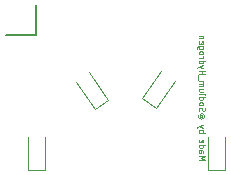
<source format=gbr>
G04 #@! TF.FileFunction,Legend,Bot*
%FSLAX46Y46*%
G04 Gerber Fmt 4.6, Leading zero omitted, Abs format (unit mm)*
G04 Created by KiCad (PCBNEW 4.0.7-e2-6376~61~ubuntu18.04.1) date Fri Aug 17 14:34:15 2018*
%MOMM*%
%LPD*%
G01*
G04 APERTURE LIST*
%ADD10C,0.100000*%
%ADD11C,0.075000*%
%ADD12C,0.150000*%
%ADD13C,0.120000*%
G04 APERTURE END LIST*
D10*
D11*
X154648810Y-107913094D02*
X155148810Y-107913094D01*
X154791667Y-107746428D01*
X155148810Y-107579761D01*
X154648810Y-107579761D01*
X154648810Y-107127380D02*
X154910714Y-107127380D01*
X154958333Y-107151189D01*
X154982143Y-107198808D01*
X154982143Y-107294046D01*
X154958333Y-107341665D01*
X154672619Y-107127380D02*
X154648810Y-107174999D01*
X154648810Y-107294046D01*
X154672619Y-107341665D01*
X154720238Y-107365475D01*
X154767857Y-107365475D01*
X154815476Y-107341665D01*
X154839286Y-107294046D01*
X154839286Y-107174999D01*
X154863095Y-107127380D01*
X154648810Y-106674999D02*
X155148810Y-106674999D01*
X154672619Y-106674999D02*
X154648810Y-106722618D01*
X154648810Y-106817856D01*
X154672619Y-106865475D01*
X154696429Y-106889284D01*
X154744048Y-106913094D01*
X154886905Y-106913094D01*
X154934524Y-106889284D01*
X154958333Y-106865475D01*
X154982143Y-106817856D01*
X154982143Y-106722618D01*
X154958333Y-106674999D01*
X154672619Y-106246427D02*
X154648810Y-106294046D01*
X154648810Y-106389284D01*
X154672619Y-106436903D01*
X154720238Y-106460713D01*
X154910714Y-106460713D01*
X154958333Y-106436903D01*
X154982143Y-106389284D01*
X154982143Y-106294046D01*
X154958333Y-106246427D01*
X154910714Y-106222618D01*
X154863095Y-106222618D01*
X154815476Y-106460713D01*
X154648810Y-105627380D02*
X155148810Y-105627380D01*
X154958333Y-105627380D02*
X154982143Y-105579761D01*
X154982143Y-105484523D01*
X154958333Y-105436904D01*
X154934524Y-105413095D01*
X154886905Y-105389285D01*
X154744048Y-105389285D01*
X154696429Y-105413095D01*
X154672619Y-105436904D01*
X154648810Y-105484523D01*
X154648810Y-105579761D01*
X154672619Y-105627380D01*
X154982143Y-105222618D02*
X154648810Y-105103571D01*
X154982143Y-104984523D02*
X154648810Y-105103571D01*
X154529762Y-105151190D01*
X154505952Y-105174999D01*
X154482143Y-105222618D01*
X154886905Y-104103572D02*
X154910714Y-104127381D01*
X154934524Y-104175000D01*
X154934524Y-104222619D01*
X154910714Y-104270238D01*
X154886905Y-104294048D01*
X154839286Y-104317857D01*
X154791667Y-104317857D01*
X154744048Y-104294048D01*
X154720238Y-104270238D01*
X154696429Y-104222619D01*
X154696429Y-104175000D01*
X154720238Y-104127381D01*
X154744048Y-104103572D01*
X154934524Y-104103572D02*
X154744048Y-104103572D01*
X154720238Y-104079762D01*
X154720238Y-104055953D01*
X154744048Y-104008333D01*
X154791667Y-103984524D01*
X154910714Y-103984524D01*
X154982143Y-104032143D01*
X155029762Y-104103572D01*
X155053571Y-104198810D01*
X155029762Y-104294048D01*
X154982143Y-104365476D01*
X154910714Y-104413095D01*
X154815476Y-104436905D01*
X154720238Y-104413095D01*
X154648810Y-104365476D01*
X154601190Y-104294048D01*
X154577381Y-104198810D01*
X154601190Y-104103572D01*
X154648810Y-104032143D01*
X154672619Y-103794048D02*
X154648810Y-103722619D01*
X154648810Y-103603572D01*
X154672619Y-103555953D01*
X154696429Y-103532143D01*
X154744048Y-103508334D01*
X154791667Y-103508334D01*
X154839286Y-103532143D01*
X154863095Y-103555953D01*
X154886905Y-103603572D01*
X154910714Y-103698810D01*
X154934524Y-103746429D01*
X154958333Y-103770238D01*
X155005952Y-103794048D01*
X155053571Y-103794048D01*
X155101190Y-103770238D01*
X155125000Y-103746429D01*
X155148810Y-103698810D01*
X155148810Y-103579762D01*
X155125000Y-103508334D01*
X154648810Y-103222620D02*
X154672619Y-103270239D01*
X154696429Y-103294048D01*
X154744048Y-103317858D01*
X154886905Y-103317858D01*
X154934524Y-103294048D01*
X154958333Y-103270239D01*
X154982143Y-103222620D01*
X154982143Y-103151191D01*
X154958333Y-103103572D01*
X154934524Y-103079763D01*
X154886905Y-103055953D01*
X154744048Y-103055953D01*
X154696429Y-103079763D01*
X154672619Y-103103572D01*
X154648810Y-103151191D01*
X154648810Y-103222620D01*
X154648810Y-102627382D02*
X155148810Y-102627382D01*
X154672619Y-102627382D02*
X154648810Y-102675001D01*
X154648810Y-102770239D01*
X154672619Y-102817858D01*
X154696429Y-102841667D01*
X154744048Y-102865477D01*
X154886905Y-102865477D01*
X154934524Y-102841667D01*
X154958333Y-102817858D01*
X154982143Y-102770239D01*
X154982143Y-102675001D01*
X154958333Y-102627382D01*
X154648810Y-102389286D02*
X154982143Y-102389286D01*
X155148810Y-102389286D02*
X155125000Y-102413096D01*
X155101190Y-102389286D01*
X155125000Y-102365477D01*
X155148810Y-102389286D01*
X155101190Y-102389286D01*
X154982143Y-101936906D02*
X154648810Y-101936906D01*
X154982143Y-102151191D02*
X154720238Y-102151191D01*
X154672619Y-102127382D01*
X154648810Y-102079763D01*
X154648810Y-102008334D01*
X154672619Y-101960715D01*
X154696429Y-101936906D01*
X154648810Y-101698810D02*
X154982143Y-101698810D01*
X154934524Y-101698810D02*
X154958333Y-101675001D01*
X154982143Y-101627382D01*
X154982143Y-101555953D01*
X154958333Y-101508334D01*
X154910714Y-101484525D01*
X154648810Y-101484525D01*
X154910714Y-101484525D02*
X154958333Y-101460715D01*
X154982143Y-101413096D01*
X154982143Y-101341668D01*
X154958333Y-101294048D01*
X154910714Y-101270239D01*
X154648810Y-101270239D01*
X154601190Y-101151191D02*
X154601190Y-100770239D01*
X154648810Y-100651191D02*
X155148810Y-100651191D01*
X154910714Y-100651191D02*
X154910714Y-100365477D01*
X154648810Y-100365477D02*
X155148810Y-100365477D01*
X154982143Y-100175000D02*
X154648810Y-100055953D01*
X154982143Y-99936905D02*
X154648810Y-100055953D01*
X154529762Y-100103572D01*
X154505952Y-100127381D01*
X154482143Y-100175000D01*
X154648810Y-99532144D02*
X155148810Y-99532144D01*
X154672619Y-99532144D02*
X154648810Y-99579763D01*
X154648810Y-99675001D01*
X154672619Y-99722620D01*
X154696429Y-99746429D01*
X154744048Y-99770239D01*
X154886905Y-99770239D01*
X154934524Y-99746429D01*
X154958333Y-99722620D01*
X154982143Y-99675001D01*
X154982143Y-99579763D01*
X154958333Y-99532144D01*
X154648810Y-99294048D02*
X154982143Y-99294048D01*
X154886905Y-99294048D02*
X154934524Y-99270239D01*
X154958333Y-99246429D01*
X154982143Y-99198810D01*
X154982143Y-99151191D01*
X154648810Y-98913096D02*
X154672619Y-98960715D01*
X154696429Y-98984524D01*
X154744048Y-99008334D01*
X154886905Y-99008334D01*
X154934524Y-98984524D01*
X154958333Y-98960715D01*
X154982143Y-98913096D01*
X154982143Y-98841667D01*
X154958333Y-98794048D01*
X154934524Y-98770239D01*
X154886905Y-98746429D01*
X154744048Y-98746429D01*
X154696429Y-98770239D01*
X154672619Y-98794048D01*
X154648810Y-98841667D01*
X154648810Y-98913096D01*
X154982143Y-98317858D02*
X154577381Y-98317858D01*
X154529762Y-98341667D01*
X154505952Y-98365477D01*
X154482143Y-98413096D01*
X154482143Y-98484524D01*
X154505952Y-98532143D01*
X154672619Y-98317858D02*
X154648810Y-98365477D01*
X154648810Y-98460715D01*
X154672619Y-98508334D01*
X154696429Y-98532143D01*
X154744048Y-98555953D01*
X154886905Y-98555953D01*
X154934524Y-98532143D01*
X154958333Y-98508334D01*
X154982143Y-98460715D01*
X154982143Y-98365477D01*
X154958333Y-98317858D01*
X154672619Y-97889286D02*
X154648810Y-97936905D01*
X154648810Y-98032143D01*
X154672619Y-98079762D01*
X154720238Y-98103572D01*
X154910714Y-98103572D01*
X154958333Y-98079762D01*
X154982143Y-98032143D01*
X154982143Y-97936905D01*
X154958333Y-97889286D01*
X154910714Y-97865477D01*
X154863095Y-97865477D01*
X154815476Y-98103572D01*
X154982143Y-97651191D02*
X154648810Y-97651191D01*
X154934524Y-97651191D02*
X154958333Y-97627382D01*
X154982143Y-97579763D01*
X154982143Y-97508334D01*
X154958333Y-97460715D01*
X154910714Y-97436906D01*
X154648810Y-97436906D01*
D12*
X140881100Y-94843600D02*
X140881100Y-97383600D01*
X140881100Y-97383600D02*
X138341100Y-97383600D01*
D13*
X156850000Y-108800000D02*
X155450000Y-108800000D01*
X155450000Y-108800000D02*
X155450000Y-106000000D01*
X156850000Y-108800000D02*
X156850000Y-106000000D01*
X146980844Y-102822970D02*
X145834031Y-103625977D01*
X145834031Y-103625977D02*
X144228017Y-101332351D01*
X146980844Y-102822970D02*
X145374830Y-100529344D01*
X141600000Y-108800000D02*
X140200000Y-108800000D01*
X140200000Y-108800000D02*
X140200000Y-106000000D01*
X141600000Y-108800000D02*
X141600000Y-106000000D01*
X150990969Y-103525977D02*
X149844156Y-102722970D01*
X149844156Y-102722970D02*
X151450170Y-100429344D01*
X150990969Y-103525977D02*
X152596983Y-101232351D01*
M02*

</source>
